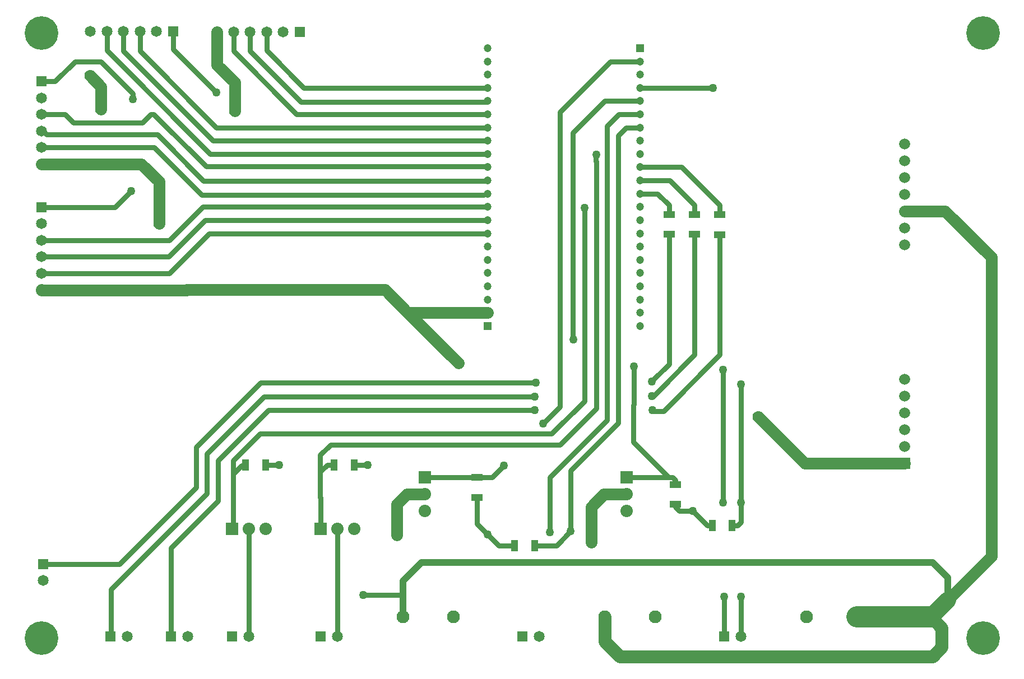
<source format=gtl>
G04*
G04 #@! TF.GenerationSoftware,Altium Limited,Altium Designer,22.10.1 (41)*
G04*
G04 Layer_Physical_Order=1*
G04 Layer_Color=255*
%FSLAX44Y44*%
%MOMM*%
G71*
G04*
G04 #@! TF.SameCoordinates,1C1781D4-92CB-4499-AA76-0FF4777072F7*
G04*
G04*
G04 #@! TF.FilePolarity,Positive*
G04*
G01*
G75*
%ADD15C,0.2540*%
%ADD33R,1.7500X1.0000*%
%ADD34R,1.0000X1.7500*%
%ADD35C,0.7620*%
%ADD36C,1.7780*%
%ADD37C,1.9050*%
%ADD38C,2.5400*%
%ADD39C,1.0160*%
%ADD40C,3.1750*%
%ADD41C,1.8750*%
%ADD42R,1.8750X1.8750*%
%ADD43R,1.8750X1.8750*%
%ADD44C,1.9500*%
%ADD45R,1.6500X1.6500*%
%ADD46C,1.6500*%
%ADD47R,1.6500X1.6500*%
%ADD48C,1.2000*%
%ADD49R,1.2000X1.2000*%
%ADD50C,1.6650*%
%ADD51R,1.6650X1.6650*%
%ADD52C,1.2700*%
%ADD53C,1.7780*%
%ADD54C,5.0800*%
%ADD55C,3.1750*%
D15*
X859790Y795020D02*
X861110Y796340D01*
X612380Y565150D02*
X613650Y566420D01*
X643650D02*
X643890Y566180D01*
X409340Y307340D02*
X410210Y308210D01*
X977850Y795020D02*
X979170Y796340D01*
X443185Y1119409D02*
X443462Y1119133D01*
X978240Y1017270D02*
X979170Y1016340D01*
X973392Y974530D02*
X977360D01*
X979170Y976340D01*
X972952Y974090D02*
X973392Y974530D01*
X978510Y995680D02*
X979170Y996340D01*
X977890Y1115060D02*
X979170Y1116340D01*
X1228090Y648970D02*
X1229360Y647700D01*
X1226820Y670560D02*
X1229360D01*
X1003300Y563700D02*
Y565150D01*
X1107440Y756920D02*
X1108710Y755650D01*
X1336040Y307740D02*
X1336440Y307340D01*
X1209040Y1136340D02*
X1209119Y1136419D01*
X1319745D02*
X1319824Y1136499D01*
X849630Y369570D02*
X850900Y368300D01*
X726222Y517132D02*
X726440Y516915D01*
X593090Y469900D02*
X594360Y471170D01*
X1208855Y776155D02*
X1209040Y776340D01*
X979170D02*
X979540Y775970D01*
D33*
X1329690Y944640D02*
D03*
Y914640D02*
D03*
X1291590Y944880D02*
D03*
Y914880D02*
D03*
X1253490Y944880D02*
D03*
Y914880D02*
D03*
X962660Y547370D02*
D03*
Y517370D02*
D03*
X1262380Y506970D02*
D03*
Y536970D02*
D03*
D34*
X1050050Y444500D02*
D03*
X1020050D02*
D03*
X1348500Y474980D02*
D03*
X1318500D02*
D03*
X643650Y566420D02*
D03*
X613650D02*
D03*
X747240D02*
D03*
X777240D02*
D03*
D35*
X1200150Y657808D02*
Y715010D01*
X1198880Y656538D02*
X1200150Y657808D01*
X1198880Y600710D02*
Y656538D01*
Y600710D02*
X1252220Y547370D01*
X995680Y444500D02*
X1020050D01*
X962660Y477520D02*
X995680Y444500D01*
X962660Y477520D02*
Y517370D01*
X569580Y1076340D02*
X979170D01*
X453860Y1192060D02*
X569580Y1076340D01*
X304800Y1071080D02*
X307203D01*
X312753Y1065530D02*
X480060D01*
X549910Y995680D01*
X307203Y1071080D02*
X312753Y1065530D01*
X1289050Y496570D02*
X1310640Y474980D01*
X1318500D01*
X1348500D02*
X1356360D01*
X1361440Y480060D01*
Y509270D01*
X1050050Y444500D02*
X1082890D01*
X1104425Y466035D01*
X1209119Y1136419D02*
X1319745D01*
X1361440Y509270D02*
Y688340D01*
Y307340D02*
Y367030D01*
X594360Y552450D02*
Y572770D01*
Y471170D02*
Y552450D01*
X607060Y565150D01*
X612380D01*
X643650Y566420D02*
X664210D01*
X635000Y613410D02*
X1075690D01*
X594360Y572770D02*
X635000Y613410D01*
X726222Y581442D02*
X741680Y596900D01*
X726222Y556042D02*
Y581442D01*
X741680Y596900D02*
X1088390D01*
X726222Y556042D02*
X736731Y566551D01*
X747109D02*
X747240Y566420D01*
X736731Y566551D02*
X747109D01*
X1262380Y502920D02*
Y506970D01*
Y502920D02*
X1268730Y496570D01*
X1289050D01*
X1262380Y536970D02*
Y543560D01*
X1258570Y547370D02*
X1262380Y543560D01*
X1252220Y547370D02*
X1258570D01*
X1188720D02*
X1252220D01*
X985520D02*
X1003300Y565150D01*
X962660Y547370D02*
X985520D01*
X883920D02*
X962660D01*
X1142872Y1025018D02*
Y1034922D01*
X1143000Y1035050D01*
Y651510D02*
Y1024890D01*
X1142872Y1025018D02*
X1143000Y1024890D01*
X1088390Y596900D02*
X1143000Y651510D01*
X355600Y1176020D02*
X394970D01*
X325660Y1146080D02*
X355600Y1176020D01*
X394970D02*
X443185Y1127805D01*
X304800Y1146080D02*
X325660D01*
X304870Y1096010D02*
X340360D01*
X304800Y1096080D02*
X304870Y1096010D01*
X353060Y1083310D02*
X457200D01*
X340360Y1096010D02*
X353060Y1083310D01*
X457200D02*
X469970Y1096080D01*
X474910D01*
X553720Y1017270D01*
X571500Y511810D02*
Y572770D01*
X500780Y441090D02*
X571500Y511810D01*
X500780Y307340D02*
Y441090D01*
X538480Y532130D02*
Y593090D01*
X422910Y416560D02*
X538480Y532130D01*
X307340Y416560D02*
X422910D01*
X554990Y582930D02*
X641350Y669290D01*
X554990Y523240D02*
Y582930D01*
X410210Y378460D02*
X554990Y523240D01*
X641350Y669290D02*
X1050290D01*
X636270Y690880D02*
X1051560D01*
X538480Y593090D02*
X636270Y690880D01*
X1226820Y692150D02*
X1228458Y693788D01*
X1253490Y718777D02*
Y914880D01*
X1228501Y693788D02*
X1253490Y718777D01*
X1228458Y693788D02*
X1228501D01*
X1334770Y509270D02*
Y709930D01*
X304800Y880980D02*
X497440D01*
X304800Y855980D02*
X497840D01*
X304800Y955980D02*
X416230D01*
X440690Y980440D01*
X503860Y1194130D02*
X568960Y1129030D01*
X503860Y1194130D02*
Y1221740D01*
X443185Y1119409D02*
Y1127805D01*
X497440Y880980D02*
X552800Y936340D01*
X497840Y855980D02*
X558200Y916340D01*
X475380Y1046080D02*
X547370Y974090D01*
X304800Y1046080D02*
X475380D01*
X498310Y905980D02*
X548670Y956340D01*
X304800Y905980D02*
X498310D01*
X403860Y1192530D02*
X560050Y1036340D01*
X428860Y1191660D02*
X564180Y1056340D01*
X403860Y1192530D02*
Y1221740D01*
X428860Y1191660D02*
Y1221740D01*
X453860Y1192060D02*
Y1221740D01*
X620230Y1192060D02*
X697230Y1115060D01*
X620230Y1192060D02*
Y1220470D01*
X595230Y1191660D02*
X690550Y1096340D01*
X595230Y1191660D02*
Y1220470D01*
X645230Y1192460D02*
X701350Y1136340D01*
X645230Y1192460D02*
Y1220470D01*
X552800Y936340D02*
X979170D01*
X558200Y916340D02*
X979170D01*
X547370Y974090D02*
X972952D01*
X553720Y1017270D02*
X978240D01*
X548670Y956340D02*
X979170D01*
X549910Y995680D02*
X978510D01*
X560050Y1036340D02*
X979170D01*
X564180Y1056340D02*
X979170D01*
X697230Y1115060D02*
X977890D01*
X690550Y1096340D02*
X979170D01*
X701350Y1136340D02*
X979170D01*
X410210Y308210D02*
Y378460D01*
X571500Y572770D02*
X647700Y648970D01*
X1050290D01*
X791210Y369570D02*
X849630D01*
X1073150Y547370D02*
X1159510Y633730D01*
Y1078230D02*
X1177620Y1096340D01*
X1159510Y633730D02*
Y1078230D01*
X1334770Y709930D02*
X1335654Y709046D01*
X1361440Y688340D02*
X1361530Y688430D01*
X1188100Y1076340D02*
X1209040D01*
X1176020Y1064260D02*
X1188100Y1076340D01*
X1176020Y629600D02*
Y1064260D01*
X1177620Y1096340D02*
X1209040D01*
X1107440Y1068070D02*
X1155710Y1116340D01*
X1209040D01*
X1107440Y756920D02*
Y1068070D01*
X1164910Y1176340D02*
X1209040D01*
X1088390Y654050D02*
Y1099820D01*
X1164910Y1176340D01*
X1229360Y647700D02*
X1244600D01*
X1229360Y670560D02*
X1291590Y732790D01*
X1329690D02*
Y914640D01*
X1244600Y647700D02*
X1329690Y732790D01*
X1291590D02*
Y914880D01*
X1062990Y628650D02*
X1088390Y654050D01*
X1125220Y662940D02*
Y955040D01*
X1075690Y613410D02*
X1125220Y662940D01*
X1104425Y558005D02*
X1176020Y629600D01*
X1073150Y464820D02*
Y547370D01*
X1104425Y466035D02*
Y558005D01*
X1336040Y307740D02*
Y367030D01*
X618490Y307340D02*
Y469900D01*
X751840Y307340D02*
Y469900D01*
X726440D02*
Y516915D01*
X726222Y517132D02*
Y556042D01*
X777240Y566420D02*
X797560D01*
X1329690Y944640D02*
Y958850D01*
X1209040Y1016340D02*
X1272200D01*
X1329690Y958850D01*
X1291590Y944880D02*
Y958850D01*
X1254100Y996340D02*
X1291590Y958850D01*
X1209040Y996340D02*
X1254100D01*
X1253490Y944880D02*
Y958850D01*
X1236000Y976340D02*
X1253490Y958850D01*
X1209040Y976340D02*
X1236000D01*
D36*
X861110Y796340D02*
X979170D01*
X570230Y1170940D02*
X596900Y1144270D01*
Y1101090D02*
Y1144270D01*
X482600Y930910D02*
Y994410D01*
X378460Y1154430D02*
X394970Y1137920D01*
Y1103630D02*
Y1137920D01*
X859790Y795020D02*
X934720Y720090D01*
X570230Y1170940D02*
Y1220470D01*
X394970Y1021080D02*
X455930D01*
X304800D02*
X394970D01*
X823830Y830980D02*
X859790Y795020D01*
X305200Y830580D02*
X524510D01*
X524910Y830980D02*
X823830D01*
X304800D02*
X305200Y830580D01*
X524510D02*
X524910Y830980D01*
X455930Y1021080D02*
X482600Y994410D01*
X1457960Y568960D02*
X1609090D01*
X1388110Y638810D02*
X1457960Y568960D01*
X1673860Y361950D02*
X1739900Y427990D01*
Y880110D01*
X1670050Y949960D02*
X1739900Y880110D01*
X857250Y521970D02*
X883920D01*
X841921Y506641D02*
X857250Y521970D01*
X841921Y460426D02*
Y506641D01*
X1135380Y449580D02*
Y502920D01*
X1154430Y521970D01*
X1188720D01*
X1609090Y949960D02*
X1670050D01*
D37*
X1664970Y290830D02*
Y320040D01*
X1651000Y276860D02*
X1664970Y290830D01*
X1648460Y336550D02*
X1664970Y320040D01*
X1178560Y276860D02*
X1651000D01*
X1155700Y299720D02*
X1178560Y276860D01*
X1155700Y299720D02*
Y336550D01*
D38*
X1648460D02*
X1673860Y361950D01*
D39*
Y396240D01*
X1651000Y419100D02*
X1673860Y396240D01*
X850900Y391160D02*
X878840Y419100D01*
X850900Y368300D02*
Y391160D01*
X878840Y419100D02*
X1651000D01*
X850900Y336550D02*
Y368300D01*
D40*
X1536700Y336550D02*
X1648460D01*
D41*
X883920Y496570D02*
D03*
Y521970D02*
D03*
X1188720Y496570D02*
D03*
Y521970D02*
D03*
X777240Y469900D02*
D03*
X751840D02*
D03*
X643890D02*
D03*
X618490D02*
D03*
D42*
X883920Y547370D02*
D03*
X1188720D02*
D03*
D43*
X726440Y469900D02*
D03*
X593090D02*
D03*
D44*
X1536700Y336550D02*
D03*
X1460500D02*
D03*
X927100D02*
D03*
X850900D02*
D03*
X1155700D02*
D03*
X1231900D02*
D03*
D45*
X1336440Y307340D02*
D03*
X1031640D02*
D03*
X593490D02*
D03*
X726840D02*
D03*
X500780D02*
D03*
X409340D02*
D03*
X503860Y1221740D02*
D03*
X695230Y1220470D02*
D03*
D46*
X1361440Y307340D02*
D03*
X1056640D02*
D03*
X618490D02*
D03*
X751840D02*
D03*
X525780D02*
D03*
X434340D02*
D03*
X307340Y391560D02*
D03*
X304800Y830980D02*
D03*
Y855980D02*
D03*
Y880980D02*
D03*
Y905980D02*
D03*
Y930980D02*
D03*
Y1021080D02*
D03*
Y1046080D02*
D03*
Y1071080D02*
D03*
Y1096080D02*
D03*
Y1121080D02*
D03*
X378860Y1221740D02*
D03*
X403860D02*
D03*
X428860D02*
D03*
X453860D02*
D03*
X478860D02*
D03*
X570230Y1220470D02*
D03*
X595230D02*
D03*
X620230D02*
D03*
X645230D02*
D03*
X670230D02*
D03*
D47*
X307340Y416560D02*
D03*
X304800Y955980D02*
D03*
Y1146080D02*
D03*
D48*
X979170Y1196340D02*
D03*
Y1176340D02*
D03*
Y1156340D02*
D03*
Y1116340D02*
D03*
Y1096340D02*
D03*
Y1076340D02*
D03*
Y1056340D02*
D03*
Y1036340D02*
D03*
Y1016340D02*
D03*
Y996340D02*
D03*
Y976340D02*
D03*
Y876340D02*
D03*
Y856340D02*
D03*
Y836340D02*
D03*
Y816340D02*
D03*
Y916340D02*
D03*
Y936340D02*
D03*
Y956340D02*
D03*
Y1136340D02*
D03*
Y896340D02*
D03*
Y796340D02*
D03*
X1209040Y776340D02*
D03*
Y796340D02*
D03*
Y816340D02*
D03*
Y836340D02*
D03*
Y856340D02*
D03*
Y876340D02*
D03*
Y896340D02*
D03*
Y916340D02*
D03*
Y936340D02*
D03*
Y956340D02*
D03*
Y976340D02*
D03*
Y996340D02*
D03*
Y1016340D02*
D03*
Y1036340D02*
D03*
Y1056340D02*
D03*
Y1076340D02*
D03*
Y1096340D02*
D03*
Y1116340D02*
D03*
Y1156340D02*
D03*
Y1176340D02*
D03*
Y1136340D02*
D03*
D49*
X979170Y776340D02*
D03*
X1209040Y1196340D02*
D03*
D50*
X1609090Y1051560D02*
D03*
Y1026160D02*
D03*
Y1000760D02*
D03*
Y975360D02*
D03*
Y949960D02*
D03*
Y924560D02*
D03*
Y899160D02*
D03*
Y695960D02*
D03*
Y670560D02*
D03*
Y645160D02*
D03*
Y619760D02*
D03*
Y594360D02*
D03*
D51*
Y568960D02*
D03*
D52*
X1200150Y715010D02*
D03*
X979170Y461010D02*
D03*
X1319824Y1136499D02*
D03*
X1361530Y688430D02*
D03*
X1361440Y509270D02*
D03*
Y367030D02*
D03*
X664210Y566420D02*
D03*
X1289050Y496570D02*
D03*
X1143000Y1035050D02*
D03*
X1051560Y690880D02*
D03*
X1226820Y692150D02*
D03*
X1334770Y509270D02*
D03*
X440690Y980440D02*
D03*
X568960Y1129030D02*
D03*
X394970Y1021080D02*
D03*
X443462Y1119133D02*
D03*
X1334770Y709930D02*
D03*
X1050290Y648970D02*
D03*
X1228090D02*
D03*
X1226820Y670560D02*
D03*
X1050290Y669290D02*
D03*
X1062990Y628650D02*
D03*
X1003300Y565150D02*
D03*
X1108710Y755650D02*
D03*
X1125220Y955040D02*
D03*
X1073150Y464820D02*
D03*
X1104425Y466035D02*
D03*
X1336040Y367030D02*
D03*
X791210Y369570D02*
D03*
X841921Y460426D02*
D03*
X1135380Y449580D02*
D03*
X797560Y566420D02*
D03*
D53*
X596900Y1101090D02*
D03*
X482600Y930910D02*
D03*
X378460Y1154430D02*
D03*
X394970Y1103630D02*
D03*
X934720Y720090D02*
D03*
X482600Y994410D02*
D03*
X524510Y830580D02*
D03*
X1388110Y638810D02*
D03*
D54*
X1727200Y304800D02*
D03*
Y1219200D02*
D03*
X304800D02*
D03*
Y304800D02*
D03*
D55*
X1648460Y336550D02*
D03*
M02*

</source>
